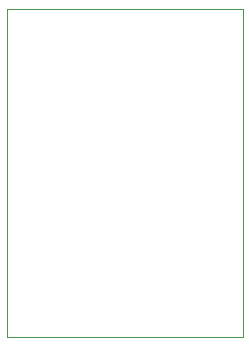
<source format=gm1>
G04 #@! TF.GenerationSoftware,KiCad,Pcbnew,7.0.9*
G04 #@! TF.CreationDate,2023-12-12T21:55:40+01:00*
G04 #@! TF.ProjectId,Leveller,4c657665-6c6c-4657-922e-6b696361645f,rev?*
G04 #@! TF.SameCoordinates,Original*
G04 #@! TF.FileFunction,Profile,NP*
%FSLAX46Y46*%
G04 Gerber Fmt 4.6, Leading zero omitted, Abs format (unit mm)*
G04 Created by KiCad (PCBNEW 7.0.9) date 2023-12-12 21:55:40*
%MOMM*%
%LPD*%
G01*
G04 APERTURE LIST*
G04 #@! TA.AperFunction,Profile*
%ADD10C,0.100000*%
G04 #@! TD*
G04 APERTURE END LIST*
D10*
X32550000Y-27675000D02*
X52550000Y-27675000D01*
X52550000Y-55450000D01*
X32550000Y-55450000D01*
X32550000Y-27675000D01*
M02*

</source>
